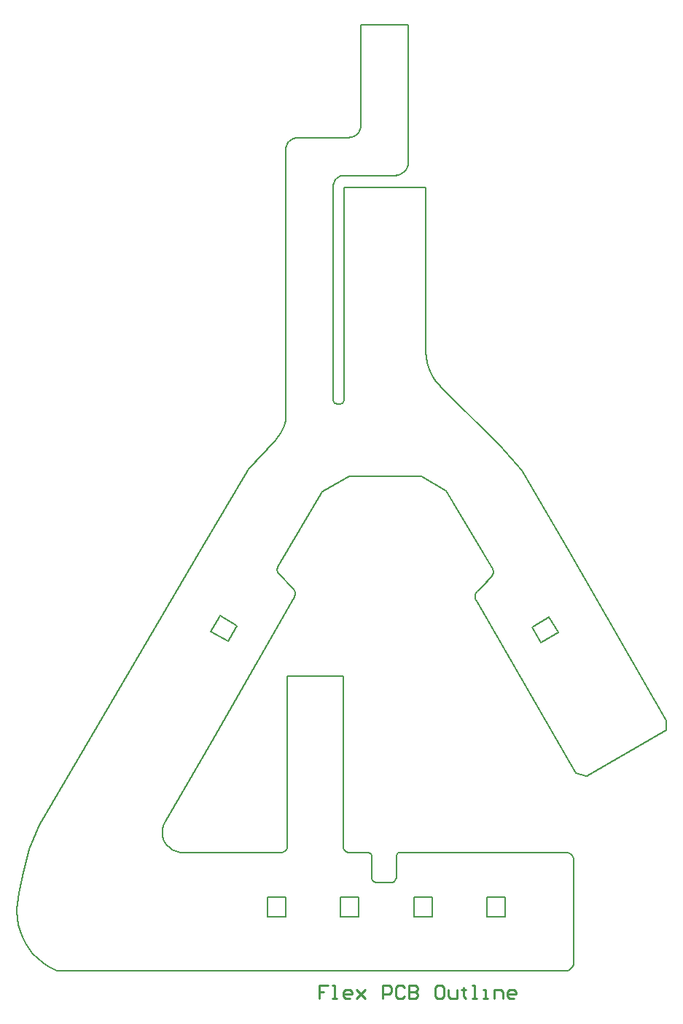
<source format=gko>
G04*
G04 #@! TF.GenerationSoftware,Altium Limited,Altium Designer,18.1.4 (159)*
G04*
G04 Layer_Color=16711935*
%FSLAX44Y44*%
%MOMM*%
G71*
G01*
G75*
%ADD13C,0.2540*%
%ADD15C,0.0500*%
%ADD16C,0.0500*%
%ADD17C,0.0510*%
%ADD18C,0.0508*%
%ADD80C,0.1270*%
D13*
X314494Y-16853D02*
X304338D01*
Y-24470D01*
X309416D01*
X304338D01*
Y-32088D01*
X319573D02*
X324651D01*
X322112D01*
Y-16853D01*
X319573D01*
X339886Y-32088D02*
X334808D01*
X332268Y-29548D01*
Y-24470D01*
X334808Y-21931D01*
X339886D01*
X342425Y-24470D01*
Y-27009D01*
X332268D01*
X347504Y-21931D02*
X357660Y-32088D01*
X352582Y-27009D01*
X357660Y-21931D01*
X347504Y-32088D01*
X377974D02*
Y-16853D01*
X385591D01*
X388130Y-19392D01*
Y-24470D01*
X385591Y-27009D01*
X377974D01*
X403366Y-19392D02*
X400826Y-16853D01*
X395748D01*
X393209Y-19392D01*
Y-29548D01*
X395748Y-32088D01*
X400826D01*
X403366Y-29548D01*
X408444Y-16853D02*
Y-32088D01*
X416061D01*
X418601Y-29548D01*
Y-27009D01*
X416061Y-24470D01*
X408444D01*
X416061D01*
X418601Y-21931D01*
Y-19392D01*
X416061Y-16853D01*
X408444D01*
X446531D02*
X441453D01*
X438914Y-19392D01*
Y-29548D01*
X441453Y-32088D01*
X446531D01*
X449071Y-29548D01*
Y-19392D01*
X446531Y-16853D01*
X454149Y-21931D02*
Y-29548D01*
X456688Y-32088D01*
X464306D01*
Y-21931D01*
X471923Y-19392D02*
Y-21931D01*
X469384D01*
X474463D01*
X471923D01*
Y-29548D01*
X474463Y-32088D01*
X482080D02*
X487158D01*
X484619D01*
Y-16853D01*
X482080D01*
X494776Y-32088D02*
X499854D01*
X497315D01*
Y-21931D01*
X494776D01*
X507472Y-32088D02*
Y-21931D01*
X515089D01*
X517629Y-24470D01*
Y-32088D01*
X530324D02*
X525246D01*
X522707Y-29548D01*
Y-24470D01*
X525246Y-21931D01*
X530324D01*
X532864Y-24470D01*
Y-27009D01*
X522707D01*
D15*
X600247Y127484D02*
G03*
X590088Y137644I-10160J0D01*
G01*
X589833Y0D02*
G03*
X600247Y10414I0J10414D01*
G01*
X614932Y226313D02*
X707436Y279556D01*
Y290448D01*
X600247Y127170D02*
Y127484D01*
X589580Y137644D02*
X590088D01*
X600247Y10414D02*
Y127170D01*
X-32213Y141140D02*
X-20447Y169226D01*
X-39578Y114471D02*
X-32213Y141140D01*
X-44658Y90849D02*
X-39578Y114471D01*
X-46625Y72103D02*
X-44658Y90849D01*
X571624Y410713D02*
X582063Y392583D01*
X551692Y399236D02*
X562131Y381106D01*
X551692Y399236D02*
X571624Y410713D01*
X562131Y381106D02*
X582063Y392583D01*
X178657Y394193D02*
X189096Y412323D01*
X198589Y382716D02*
X209028Y400846D01*
X189096Y412323D02*
X209028Y400846D01*
X178657Y394193D02*
X198589Y382716D01*
X398980Y137644D02*
X589580Y137644D01*
X338541Y137584D02*
X360648D01*
X143128Y137644D02*
X158863D01*
X200145Y137584D02*
X261566D01*
X325067Y658299D02*
X329291D01*
X371294Y102533D02*
X388334D01*
X422905Y574221D02*
X451495Y556926D01*
X505860Y466230D01*
X489008Y441558D02*
X504336Y457340D01*
X505860Y459626D01*
X506622Y462928D01*
X505860Y466230D02*
X506622Y462928D01*
X257617Y460498D02*
X272945Y444716D01*
X256093Y462784D02*
X257617Y460498D01*
X255331Y466086D02*
X256093Y462784D01*
X255331Y466086D02*
X256093Y469388D01*
X256081Y469395D02*
X308048Y556090D01*
X428241Y729359D02*
Y909359D01*
X333241Y729359D02*
Y909359D01*
D16*
X267507Y342308D02*
G03*
X267254Y342054I0J-254D01*
G01*
X332761D02*
G03*
X332508Y342308I-254J0D01*
G01*
X267507D02*
X332508D01*
X398980Y137644D02*
G03*
X393980Y132601I22J-5022D01*
G01*
X332508Y143681D02*
G03*
X338541Y137584I6065J-31D01*
G01*
X329291Y658299D02*
G03*
X333241Y662857I-304J4254D01*
G01*
X320683D02*
G03*
X325067Y658299I4849J277D01*
G01*
X261566Y137584D02*
G03*
X267507Y143772I-123J6065D01*
G01*
X388334Y102533D02*
G03*
X393980Y108045I67J5579D01*
G01*
X365648D02*
G03*
X371294Y102533I5579J67D01*
G01*
X489008Y441558D02*
G03*
X487080Y429517I5057J-6985D01*
G01*
X274873Y432675D02*
G03*
X272945Y444716I-6985J5057D01*
G01*
X-46625Y72103D02*
G03*
X0Y13I75007J-2611D01*
G01*
X125806Y173617D02*
G03*
X143128Y137644I19993J-12530D01*
G01*
X391126Y923399D02*
G03*
X404617Y928987I0J19079D01*
G01*
X428241Y720934D02*
G03*
X446201Y677573I61321J0D01*
G01*
X279164Y966804D02*
G03*
X269353Y962740I0J-13875D01*
G01*
X349617Y972392D02*
G03*
X352805Y980088I-7696J7696D01*
G01*
X334164Y923399D02*
G03*
X324353Y919335I0J-13875D01*
G01*
X269353Y962740D02*
G03*
X265683Y953879I8860J-8860D01*
G01*
X253487Y615834D02*
G03*
X265683Y645278I-29444J29444D01*
G01*
X404617Y928987D02*
G03*
X407805Y936684I-7696J7696D01*
G01*
X365648Y132601D02*
G03*
X360648Y137584I-4992J-8D01*
G01*
X336126Y966804D02*
G03*
X349617Y972392I0J19079D01*
G01*
X324353Y919335D02*
G03*
X320683Y910475I8860J-8860D01*
G01*
X614479Y226052D02*
X614932Y226313D01*
X602264Y229344D02*
X614479Y226052D01*
X499396Y62979D02*
Y85979D01*
Y62979D02*
X520396D01*
Y85979D01*
X499396D02*
X520396D01*
X414396Y62980D02*
Y85980D01*
Y62980D02*
X435396D01*
Y85980D01*
X414396D02*
X435396D01*
X329396Y62979D02*
Y85979D01*
Y62979D02*
X350396D01*
Y85979D01*
X329396D02*
X350396D01*
X244396D02*
X265396D01*
Y62979D02*
Y85979D01*
X244396Y62979D02*
X265396D01*
X244396D02*
Y85979D01*
X267507Y143772D02*
Y342054D01*
X332508Y143681D02*
Y342054D01*
X267507D02*
X332508D01*
X393980Y108045D02*
Y132601D01*
X487080Y429517D02*
X602264Y229344D01*
X0Y0D02*
X532999Y0D01*
X589833D01*
X333241Y909359D02*
X428241D01*
X334164Y923399D02*
X391126D01*
X446201Y677573D02*
X514176Y609599D01*
X177228Y262982D02*
X274873Y432675D01*
X540153Y581162D02*
X595391Y485166D01*
X707436Y290448D01*
X166106Y487019D02*
X222176Y582534D01*
X-20447Y169226D02*
X166106Y487019D01*
X125806Y173617D02*
X177228Y262982D01*
X308048Y556090D02*
X339311Y574555D01*
X342898Y574567D02*
X422905Y574221D01*
X279164Y966804D02*
X336126D01*
X514176Y609599D02*
X540153Y581162D01*
X222176Y582534D02*
X248399Y610746D01*
X253487Y615834D01*
X158923Y137584D02*
X200145D01*
X320683Y662857D02*
Y900046D01*
X428241Y720934D02*
Y729359D01*
X365648Y108045D02*
Y132601D01*
X333241Y662857D02*
Y729359D01*
X320683Y900046D02*
Y910475D01*
X339311Y574555D02*
X341104Y574576D01*
X342898Y574567D01*
X265683Y645278D02*
Y651873D01*
D17*
X352805Y1098628D02*
X407805D01*
Y936684D02*
Y1098628D01*
D18*
X352805Y980088D02*
Y1098628D01*
X265683Y651873D02*
X265683Y953879D01*
D80*
X265396Y62979D02*
Y85979D01*
X244396Y62979D02*
X265396D01*
X244396D02*
Y85979D01*
X265396D01*
X350396Y62979D02*
Y85979D01*
X329396Y62979D02*
X350396D01*
X329396D02*
Y85979D01*
X350396D01*
X520396Y62979D02*
Y85979D01*
X499396Y62979D02*
X520396D01*
X499396D02*
Y85979D01*
X520396D01*
X435396Y62980D02*
Y85980D01*
X414396Y62980D02*
X435396D01*
X414396D02*
Y85980D01*
X435396D01*
X571624Y410713D02*
X582063Y392583D01*
X562131Y381106D02*
X582063Y392583D01*
X551692Y399236D02*
X562131Y381106D01*
X551692Y399236D02*
X571624Y410713D01*
X189096Y412323D02*
X209028Y400846D01*
X198589Y382716D02*
X209028Y400846D01*
X178657Y394193D02*
X198589Y382716D01*
X178657Y394193D02*
X189096Y412323D01*
X407805Y936684D02*
Y1098628D01*
X352805D02*
X407805D01*
X352805Y980088D02*
Y1098628D01*
X352752Y979021D02*
X352805Y980088D01*
X352336Y976928D02*
X352752Y979021D01*
X351519Y974957D02*
X352336Y976928D01*
X350334Y973183D02*
X351519Y974957D01*
X349617Y972392D02*
X350334Y973183D01*
X348229Y971134D02*
X349617Y972392D01*
X345120Y969056D02*
X348229Y971134D01*
X341664Y967625D02*
X345120Y969056D01*
X337996Y966895D02*
X341664Y967625D01*
X336126Y966804D02*
X337996Y966895D01*
X277797Y966804D02*
X336126D01*
X275117Y966270D02*
X277797Y966804D01*
X272592Y965224D02*
X275117Y966270D01*
X270319Y963706D02*
X272592Y965224D01*
X269353Y962740D02*
X270319Y963706D01*
X268480Y961867D02*
X269353Y962740D01*
X267109Y959815D02*
X268480Y961867D01*
X266164Y957534D02*
X267109Y959815D01*
X265683Y955114D02*
X266164Y957534D01*
X265683Y953879D02*
Y955114D01*
X265683Y651873D02*
X265683Y953879D01*
X265683Y645278D02*
Y651873D01*
X265632Y643234D02*
X265683Y645278D01*
X265232Y639168D02*
X265632Y643234D01*
X264435Y635160D02*
X265232Y639168D01*
X263249Y631250D02*
X264435Y635160D01*
X261685Y627474D02*
X263249Y631250D01*
X259758Y623871D02*
X261685Y627474D01*
X257488Y620473D02*
X259758Y623871D01*
X254896Y617314D02*
X257488Y620473D01*
X253487Y615834D02*
X254896Y617314D01*
X248399Y610746D02*
X253487Y615834D01*
X222176Y582534D02*
X248399Y610746D01*
X166106Y487019D02*
X222176Y582534D01*
X-20447Y169226D02*
X166106Y487019D01*
X-32213Y141140D02*
X-20447Y169226D01*
X-39578Y114471D02*
X-32213Y141140D01*
X-44658Y90849D02*
X-39578Y114471D01*
X-46625Y72103D02*
X-44658Y90849D01*
X-46757Y68294D02*
X-46625Y72103D01*
X-46757Y68294D02*
X-46249Y60688D01*
X-44974Y53172D01*
X-42943Y45825D01*
X-40178Y38721D01*
X-36708Y31934D01*
X-32568Y25533D01*
X-27801Y19584D01*
X-22456Y14149D01*
X-16588Y9283D01*
X-10257Y5037D01*
X-3528Y1455D01*
X-0Y13D01*
X532999Y0D01*
X590859D01*
X592871Y400D01*
X594766Y1185D01*
X596472Y2325D01*
X597923Y3776D01*
X599062Y5481D01*
X599847Y7376D01*
X600247Y9388D01*
Y10414D01*
Y127484D01*
Y128485D01*
X599857Y130448D02*
X600247Y128485D01*
X599091Y132297D02*
X599857Y130448D01*
X597979Y133961D02*
X599091Y132297D01*
X596564Y135376D02*
X597979Y133961D01*
X594900Y136488D02*
X596564Y135376D01*
X593051Y137254D02*
X594900Y136488D01*
X591088Y137644D02*
X593051Y137254D01*
X589580Y137644D02*
X591088D01*
X398980Y137644D02*
X589580Y137644D01*
X397981Y137640D02*
X398980Y137644D01*
X396139Y136868D02*
X397981Y137640D01*
X394732Y135449D02*
X396139Y136868D01*
X393976Y133600D02*
X394732Y135449D01*
X393976Y133600D02*
X393980Y132601D01*
X393980Y108045D01*
X393860Y106958D02*
X393980Y108045D01*
X393003Y104956D02*
X393860Y106958D01*
X391445Y103435D02*
X393003Y104956D01*
X389424Y102627D02*
X391445Y103435D01*
X388334Y102532D02*
X389424Y102627D01*
X371294Y102533D02*
X388334Y102532D01*
X370204Y102627D02*
X371294Y102533D01*
X368183Y103435D02*
X370204Y102627D01*
X366625Y104956D02*
X368183Y103435D01*
X365768Y106958D02*
X366625Y104956D01*
X365648Y108045D02*
X365768Y106958D01*
X365648Y108045D02*
X365648Y132601D01*
X365646Y133594D02*
X365648Y132601D01*
X364883Y135427D02*
X365646Y133594D01*
X363477Y136829D02*
X364883Y135427D01*
X361641Y137586D02*
X363477Y136829D01*
X360648Y137584D02*
X361641Y137586D01*
X338541Y137584D02*
X360648Y137584D01*
X337358Y137707D02*
X338541Y137584D01*
X335177Y138624D02*
X337358Y137707D01*
X333512Y140306D02*
X335177Y138624D01*
X332618Y142497D02*
X333512Y140306D01*
X332508Y143681D02*
X332618Y142497D01*
X332508Y143681D02*
Y342054D01*
X267507D02*
X332508D01*
X267507Y143772D02*
Y342054D01*
X267415Y142587D02*
X267507Y143772D01*
X266554Y140382D02*
X267415Y142587D01*
X264915Y138675D02*
X266554Y140382D01*
X262747Y137725D02*
X264915Y138675D01*
X261566Y137584D02*
X262747Y137725D01*
X158923Y137584D02*
X261566D01*
X143128Y137644D02*
X158923Y137584D01*
X141169Y137951D02*
X143128Y137644D01*
X137364Y139052D02*
X141169Y137951D01*
X133796Y140774D02*
X137364Y139052D01*
X130567Y143068D02*
X133796Y140774D01*
X127766Y145871D02*
X130567Y143068D01*
X125475Y149102D02*
X127766Y145871D01*
X123756Y152672D02*
X125475Y149102D01*
X122659Y156478D02*
X123756Y152672D01*
X122213Y160415D02*
X122659Y156478D01*
X122213Y160415D02*
X122433Y164370D01*
X123312Y168233D01*
X124824Y171894D01*
X125806Y173617D01*
X177228Y262982D01*
X274873Y432675D01*
X275371Y433363D01*
X276080Y434907D01*
X276473Y436559D01*
X276537Y438257D01*
X276269Y439934D02*
X276537Y438257D01*
X275678Y441526D02*
X276269Y439934D01*
X274788Y442973D02*
X275678Y441526D01*
X273633Y444218D02*
X274788Y442973D01*
X272945Y444716D02*
X273633Y444218D01*
X257617Y460498D02*
X272945Y444716D01*
X256093Y462784D02*
X257617Y460498D01*
X255331Y466086D02*
X256093Y462784D01*
X255331Y466086D02*
X256093Y469388D01*
X308048Y556090D01*
X339311Y574555D01*
X341104Y574576D01*
X342898Y574567D01*
X422905Y574221D01*
X451495Y556926D01*
X505860Y466230D01*
X506622Y462928D01*
X505860Y459626D02*
X506622Y462928D01*
X504336Y457340D02*
X505860Y459626D01*
X489008Y441558D02*
X504336Y457340D01*
X488320Y441060D02*
X489008Y441558D01*
X487165Y439814D02*
X488320Y441060D01*
X486275Y438368D02*
X487165Y439814D01*
X485685Y436775D02*
X486275Y438368D01*
X485416Y435098D02*
X485685Y436775D01*
X485416Y435098D02*
X485480Y433400D01*
X485874Y431748D01*
X486582Y430205D01*
X487080Y429517D01*
X602264Y229344D01*
X614479Y226052D01*
X614932Y226313D01*
X707436Y279556D01*
Y290448D01*
X595391Y485166D02*
X707436Y290448D01*
X540153Y581162D02*
X595391Y485166D01*
X514176Y609599D02*
X540153Y581162D01*
X446201Y677573D02*
X514176Y609599D01*
X444126Y679753D02*
X446201Y677573D01*
X440308Y684405D02*
X444126Y679753D01*
X436965Y689409D02*
X440308Y684405D01*
X434128Y694716D02*
X436965Y689409D01*
X431825Y700275D02*
X434128Y694716D01*
X430078Y706034D02*
X431825Y700275D01*
X428904Y711936D02*
X430078Y706034D01*
X428315Y717925D02*
X428904Y711936D01*
X428241Y720934D02*
X428315Y717925D01*
X428241Y720934D02*
Y909359D01*
X333241D02*
X428241D01*
X333241Y662857D02*
Y909359D01*
X333218Y662021D02*
X333241Y662857D01*
X332693Y660442D02*
X333218Y662021D01*
X331603Y659185D02*
X332693Y660442D01*
X330115Y658440D02*
X331603Y659185D01*
X329291Y658299D02*
X330115Y658440D01*
X325067Y658299D02*
X329291D01*
X324222Y658456D02*
X325067Y658299D01*
X322680Y659202D02*
X324222Y658456D01*
X321493Y660436D02*
X322680Y659202D01*
X320807Y662006D02*
X321493Y660436D01*
X320683Y662856D02*
X320807Y662006D01*
X320683Y662856D02*
X320683Y910475D01*
X320743Y911703D01*
X321222Y914113D01*
X322162Y916382D01*
X323527Y918424D01*
X324353Y919335D01*
X325362Y920250D01*
X327623Y921761D01*
X330136Y922802D01*
X332804Y923333D01*
X334164Y923399D01*
X393005D01*
X396691Y924133D01*
X400163Y925571D01*
X403288Y927659D01*
X404617Y928987D01*
X405375Y929745D01*
X406566Y931528D01*
X407386Y933509D01*
X407805Y935612D01*
Y936684D01*
M02*

</source>
